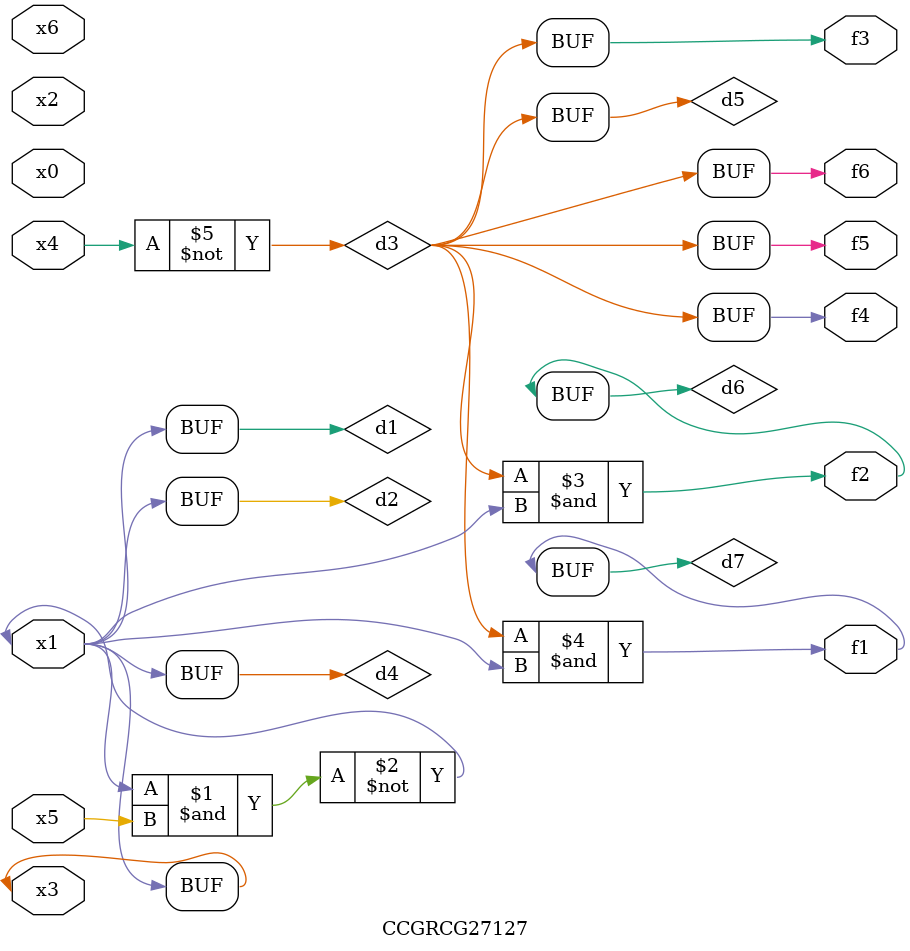
<source format=v>
module CCGRCG27127(
	input x0, x1, x2, x3, x4, x5, x6,
	output f1, f2, f3, f4, f5, f6
);

	wire d1, d2, d3, d4, d5, d6, d7;

	buf (d1, x1, x3);
	nand (d2, x1, x5);
	not (d3, x4);
	buf (d4, d1, d2);
	buf (d5, d3);
	and (d6, d3, d4);
	and (d7, d3, d4);
	assign f1 = d7;
	assign f2 = d6;
	assign f3 = d5;
	assign f4 = d5;
	assign f5 = d5;
	assign f6 = d5;
endmodule

</source>
